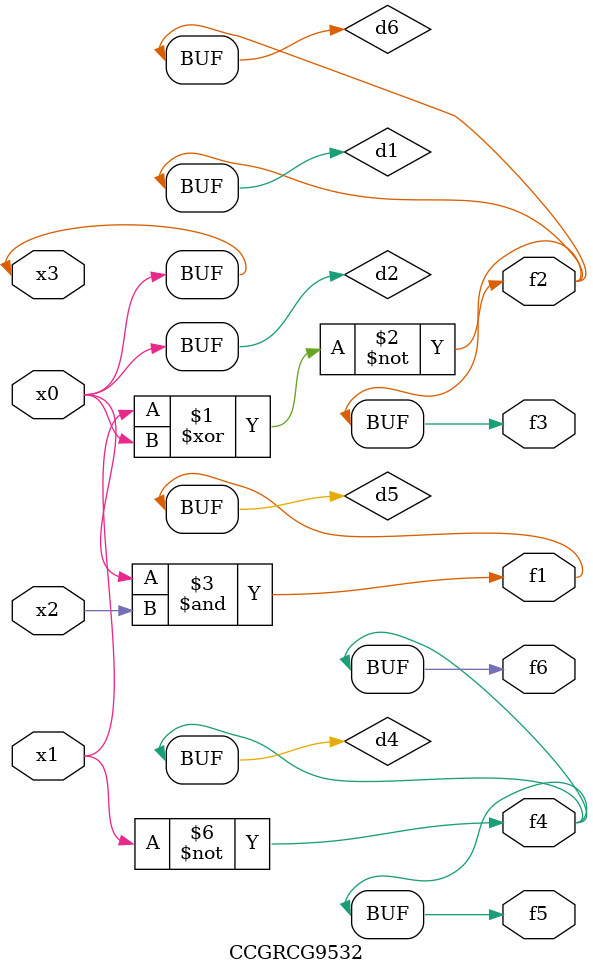
<source format=v>
module CCGRCG9532(
	input x0, x1, x2, x3,
	output f1, f2, f3, f4, f5, f6
);

	wire d1, d2, d3, d4, d5, d6;

	xnor (d1, x1, x3);
	buf (d2, x0, x3);
	nand (d3, x0, x2);
	not (d4, x1);
	nand (d5, d3);
	or (d6, d1);
	assign f1 = d5;
	assign f2 = d6;
	assign f3 = d6;
	assign f4 = d4;
	assign f5 = d4;
	assign f6 = d4;
endmodule

</source>
